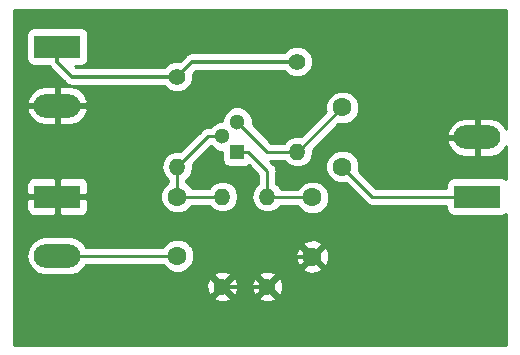
<source format=gbr>
G04 #@! TF.GenerationSoftware,KiCad,Pcbnew,(5.0.0)*
G04 #@! TF.CreationDate,2019-04-18T11:17:11+03:00*
G04 #@! TF.ProjectId,Single_transistor_AMP,53696E676C655F7472616E736973746F,rev?*
G04 #@! TF.SameCoordinates,Original*
G04 #@! TF.FileFunction,Copper,L1,Top,Signal*
G04 #@! TF.FilePolarity,Positive*
%FSLAX46Y46*%
G04 Gerber Fmt 4.6, Leading zero omitted, Abs format (unit mm)*
G04 Created by KiCad (PCBNEW (5.0.0)) date 04/18/19 11:17:11*
%MOMM*%
%LPD*%
G01*
G04 APERTURE LIST*
G04 #@! TA.AperFunction,ComponentPad*
%ADD10R,3.960000X1.980000*%
G04 #@! TD*
G04 #@! TA.AperFunction,ComponentPad*
%ADD11O,3.960000X1.980000*%
G04 #@! TD*
G04 #@! TA.AperFunction,ComponentPad*
%ADD12C,1.600000*%
G04 #@! TD*
G04 #@! TA.AperFunction,ComponentPad*
%ADD13C,1.300000*%
G04 #@! TD*
G04 #@! TA.AperFunction,ComponentPad*
%ADD14R,1.300000X1.300000*%
G04 #@! TD*
G04 #@! TA.AperFunction,ComponentPad*
%ADD15C,1.400000*%
G04 #@! TD*
G04 #@! TA.AperFunction,ComponentPad*
%ADD16O,1.400000X1.400000*%
G04 #@! TD*
G04 #@! TA.AperFunction,Conductor*
%ADD17C,0.250000*%
G04 #@! TD*
G04 #@! TA.AperFunction,Conductor*
%ADD18C,0.300000*%
G04 #@! TD*
G04 #@! TA.AperFunction,Conductor*
%ADD19C,0.254000*%
G04 #@! TD*
G04 APERTURE END LIST*
D10*
G04 #@! TO.P,J1,1*
G04 #@! TO.N,GND*
X99060000Y-55880000D03*
D11*
G04 #@! TO.P,J1,2*
G04 #@! TO.N,Net-(C1-Pad2)*
X99060000Y-60880000D03*
G04 #@! TD*
D12*
G04 #@! TO.P,C1,1*
G04 #@! TO.N,Net-(C1-Pad1)*
X109220000Y-55880000D03*
G04 #@! TO.P,C1,2*
G04 #@! TO.N,Net-(C1-Pad2)*
X109220000Y-60880000D03*
G04 #@! TD*
G04 #@! TO.P,C2,1*
G04 #@! TO.N,Net-(C2-Pad1)*
X123190000Y-53340000D03*
G04 #@! TO.P,C2,2*
G04 #@! TO.N,Net-(C2-Pad2)*
X123190000Y-48340000D03*
G04 #@! TD*
G04 #@! TO.P,C3,2*
G04 #@! TO.N,GND*
X120650000Y-60960000D03*
G04 #@! TO.P,C3,1*
G04 #@! TO.N,Net-(C3-Pad1)*
X120650000Y-55960000D03*
G04 #@! TD*
D11*
G04 #@! TO.P,J2,2*
G04 #@! TO.N,GND*
X134620000Y-50880000D03*
D10*
G04 #@! TO.P,J2,1*
G04 #@! TO.N,Net-(C2-Pad1)*
X134620000Y-55880000D03*
G04 #@! TD*
D13*
G04 #@! TO.P,Q1,2*
G04 #@! TO.N,Net-(C1-Pad1)*
X113030000Y-50790000D03*
G04 #@! TO.P,Q1,3*
G04 #@! TO.N,Net-(C2-Pad2)*
X114300000Y-49530000D03*
D14*
G04 #@! TO.P,Q1,1*
G04 #@! TO.N,Net-(C3-Pad1)*
X114300000Y-52070000D03*
G04 #@! TD*
D15*
G04 #@! TO.P,R1,1*
G04 #@! TO.N,GND*
X113030000Y-63500000D03*
D16*
G04 #@! TO.P,R1,2*
G04 #@! TO.N,Net-(C1-Pad1)*
X113030000Y-55880000D03*
G04 #@! TD*
G04 #@! TO.P,R2,2*
G04 #@! TO.N,Net-(C1-Pad1)*
X109220000Y-53340000D03*
D15*
G04 #@! TO.P,R2,1*
G04 #@! TO.N,VCC*
X109220000Y-45720000D03*
G04 #@! TD*
G04 #@! TO.P,R3,1*
G04 #@! TO.N,VCC*
X119380000Y-44450000D03*
D16*
G04 #@! TO.P,R3,2*
G04 #@! TO.N,Net-(C2-Pad2)*
X119380000Y-52070000D03*
G04 #@! TD*
G04 #@! TO.P,R4,2*
G04 #@! TO.N,Net-(C3-Pad1)*
X116840000Y-55880000D03*
D15*
G04 #@! TO.P,R4,1*
G04 #@! TO.N,GND*
X116840000Y-63500000D03*
G04 #@! TD*
D10*
G04 #@! TO.P,J3,1*
G04 #@! TO.N,VCC*
X99060000Y-43180000D03*
D11*
G04 #@! TO.P,J3,2*
G04 #@! TO.N,GND*
X99060000Y-48180000D03*
G04 #@! TD*
D17*
G04 #@! TO.N,Net-(C1-Pad1)*
X113030000Y-55880000D02*
X109220000Y-55880000D01*
X109220000Y-53340000D02*
X109220000Y-55880000D01*
X111770000Y-50790000D02*
X109220000Y-53340000D01*
X113030000Y-50790000D02*
X111770000Y-50790000D01*
G04 #@! TO.N,Net-(C1-Pad2)*
X109220000Y-60880000D02*
X99060000Y-60880000D01*
G04 #@! TO.N,Net-(C2-Pad1)*
X125730000Y-55880000D02*
X123190000Y-53340000D01*
X134620000Y-55880000D02*
X125730000Y-55880000D01*
G04 #@! TO.N,Net-(C2-Pad2)*
X116840000Y-52070000D02*
X114300000Y-49530000D01*
X119380000Y-52070000D02*
X116840000Y-52070000D01*
X119460000Y-52070000D02*
X119380000Y-52070000D01*
X123190000Y-48340000D02*
X119460000Y-52070000D01*
D18*
G04 #@! TO.N,GND*
X119380000Y-60960000D02*
X116840000Y-63500000D01*
X120650000Y-60960000D02*
X119380000Y-60960000D01*
X116840000Y-63500000D02*
X113030000Y-63500000D01*
D17*
G04 #@! TO.N,Net-(C3-Pad1)*
X115200000Y-52070000D02*
X114300000Y-52070000D01*
X116840000Y-53710000D02*
X115200000Y-52070000D01*
X116840000Y-55880000D02*
X116840000Y-53710000D01*
X116920000Y-55960000D02*
X116840000Y-55880000D01*
X120650000Y-55960000D02*
X116920000Y-55960000D01*
D18*
G04 #@! TO.N,VCC*
X99060000Y-44470000D02*
X99060000Y-43180000D01*
X100310000Y-45720000D02*
X99060000Y-44470000D01*
X109220000Y-45720000D02*
X100310000Y-45720000D01*
X110490000Y-44450000D02*
X109220000Y-45720000D01*
X119380000Y-44450000D02*
X110490000Y-44450000D01*
G04 #@! TD*
D19*
G04 #@! TO.N,GND*
G36*
X137033000Y-50149156D02*
X136848851Y-49820754D01*
X136349193Y-49427297D01*
X135737000Y-49255000D01*
X134747000Y-49255000D01*
X134747000Y-50753000D01*
X134767000Y-50753000D01*
X134767000Y-51007000D01*
X134747000Y-51007000D01*
X134747000Y-52505000D01*
X135737000Y-52505000D01*
X136349193Y-52332703D01*
X136848851Y-51939246D01*
X137033000Y-51610844D01*
X137033000Y-54415614D01*
X136847765Y-54291843D01*
X136600000Y-54242560D01*
X132640000Y-54242560D01*
X132392235Y-54291843D01*
X132182191Y-54432191D01*
X132041843Y-54642235D01*
X131992560Y-54890000D01*
X131992560Y-55120000D01*
X126044803Y-55120000D01*
X124603103Y-53678302D01*
X124625000Y-53625439D01*
X124625000Y-53054561D01*
X124406534Y-52527138D01*
X124002862Y-52123466D01*
X123475439Y-51905000D01*
X122904561Y-51905000D01*
X122377138Y-52123466D01*
X121973466Y-52527138D01*
X121755000Y-53054561D01*
X121755000Y-53625439D01*
X121973466Y-54152862D01*
X122377138Y-54556534D01*
X122904561Y-54775000D01*
X123475439Y-54775000D01*
X123528302Y-54753103D01*
X125139673Y-56364476D01*
X125182071Y-56427929D01*
X125245524Y-56470327D01*
X125245526Y-56470329D01*
X125301799Y-56507929D01*
X125433463Y-56595904D01*
X125655148Y-56640000D01*
X125655152Y-56640000D01*
X125729999Y-56654888D01*
X125804846Y-56640000D01*
X131992560Y-56640000D01*
X131992560Y-56870000D01*
X132041843Y-57117765D01*
X132182191Y-57327809D01*
X132392235Y-57468157D01*
X132640000Y-57517440D01*
X136600000Y-57517440D01*
X136847765Y-57468157D01*
X137033000Y-57344386D01*
X137033000Y-68453000D01*
X95377000Y-68453000D01*
X95377000Y-64435275D01*
X112274331Y-64435275D01*
X112336169Y-64671042D01*
X112837122Y-64847419D01*
X113367440Y-64818664D01*
X113723831Y-64671042D01*
X113785669Y-64435275D01*
X116084331Y-64435275D01*
X116146169Y-64671042D01*
X116647122Y-64847419D01*
X117177440Y-64818664D01*
X117533831Y-64671042D01*
X117595669Y-64435275D01*
X116840000Y-63679605D01*
X116084331Y-64435275D01*
X113785669Y-64435275D01*
X113030000Y-63679605D01*
X112274331Y-64435275D01*
X95377000Y-64435275D01*
X95377000Y-63307122D01*
X111682581Y-63307122D01*
X111711336Y-63837440D01*
X111858958Y-64193831D01*
X112094725Y-64255669D01*
X112850395Y-63500000D01*
X113209605Y-63500000D01*
X113965275Y-64255669D01*
X114201042Y-64193831D01*
X114377419Y-63692878D01*
X114356503Y-63307122D01*
X115492581Y-63307122D01*
X115521336Y-63837440D01*
X115668958Y-64193831D01*
X115904725Y-64255669D01*
X116660395Y-63500000D01*
X117019605Y-63500000D01*
X117775275Y-64255669D01*
X118011042Y-64193831D01*
X118187419Y-63692878D01*
X118158664Y-63162560D01*
X118011042Y-62806169D01*
X117775275Y-62744331D01*
X117019605Y-63500000D01*
X116660395Y-63500000D01*
X115904725Y-62744331D01*
X115668958Y-62806169D01*
X115492581Y-63307122D01*
X114356503Y-63307122D01*
X114348664Y-63162560D01*
X114201042Y-62806169D01*
X113965275Y-62744331D01*
X113209605Y-63500000D01*
X112850395Y-63500000D01*
X112094725Y-62744331D01*
X111858958Y-62806169D01*
X111682581Y-63307122D01*
X95377000Y-63307122D01*
X95377000Y-62564725D01*
X112274331Y-62564725D01*
X113030000Y-63320395D01*
X113785669Y-62564725D01*
X116084331Y-62564725D01*
X116840000Y-63320395D01*
X117595669Y-62564725D01*
X117533831Y-62328958D01*
X117032878Y-62152581D01*
X116502560Y-62181336D01*
X116146169Y-62328958D01*
X116084331Y-62564725D01*
X113785669Y-62564725D01*
X113723831Y-62328958D01*
X113222878Y-62152581D01*
X112692560Y-62181336D01*
X112336169Y-62328958D01*
X112274331Y-62564725D01*
X95377000Y-62564725D01*
X95377000Y-60880000D01*
X96413165Y-60880000D01*
X96539284Y-61514043D01*
X96898441Y-62051559D01*
X97435957Y-62410716D01*
X97909955Y-62505000D01*
X100210045Y-62505000D01*
X100684043Y-62410716D01*
X101221559Y-62051559D01*
X101496554Y-61640000D01*
X107981570Y-61640000D01*
X108003466Y-61692862D01*
X108407138Y-62096534D01*
X108934561Y-62315000D01*
X109505439Y-62315000D01*
X110032862Y-62096534D01*
X110161651Y-61967745D01*
X119821861Y-61967745D01*
X119895995Y-62213864D01*
X120433223Y-62406965D01*
X121003454Y-62379778D01*
X121404005Y-62213864D01*
X121478139Y-61967745D01*
X120650000Y-61139605D01*
X119821861Y-61967745D01*
X110161651Y-61967745D01*
X110436534Y-61692862D01*
X110655000Y-61165439D01*
X110655000Y-60743223D01*
X119203035Y-60743223D01*
X119230222Y-61313454D01*
X119396136Y-61714005D01*
X119642255Y-61788139D01*
X120470395Y-60960000D01*
X120829605Y-60960000D01*
X121657745Y-61788139D01*
X121903864Y-61714005D01*
X122096965Y-61176777D01*
X122069778Y-60606546D01*
X121903864Y-60205995D01*
X121657745Y-60131861D01*
X120829605Y-60960000D01*
X120470395Y-60960000D01*
X119642255Y-60131861D01*
X119396136Y-60205995D01*
X119203035Y-60743223D01*
X110655000Y-60743223D01*
X110655000Y-60594561D01*
X110436534Y-60067138D01*
X110321651Y-59952255D01*
X119821861Y-59952255D01*
X120650000Y-60780395D01*
X121478139Y-59952255D01*
X121404005Y-59706136D01*
X120866777Y-59513035D01*
X120296546Y-59540222D01*
X119895995Y-59706136D01*
X119821861Y-59952255D01*
X110321651Y-59952255D01*
X110032862Y-59663466D01*
X109505439Y-59445000D01*
X108934561Y-59445000D01*
X108407138Y-59663466D01*
X108003466Y-60067138D01*
X107981570Y-60120000D01*
X101496554Y-60120000D01*
X101221559Y-59708441D01*
X100684043Y-59349284D01*
X100210045Y-59255000D01*
X97909955Y-59255000D01*
X97435957Y-59349284D01*
X96898441Y-59708441D01*
X96539284Y-60245957D01*
X96413165Y-60880000D01*
X95377000Y-60880000D01*
X95377000Y-56165750D01*
X96445000Y-56165750D01*
X96445000Y-56996309D01*
X96541673Y-57229698D01*
X96720301Y-57408327D01*
X96953690Y-57505000D01*
X98774250Y-57505000D01*
X98933000Y-57346250D01*
X98933000Y-56007000D01*
X99187000Y-56007000D01*
X99187000Y-57346250D01*
X99345750Y-57505000D01*
X101166310Y-57505000D01*
X101399699Y-57408327D01*
X101578327Y-57229698D01*
X101675000Y-56996309D01*
X101675000Y-56165750D01*
X101516250Y-56007000D01*
X99187000Y-56007000D01*
X98933000Y-56007000D01*
X96603750Y-56007000D01*
X96445000Y-56165750D01*
X95377000Y-56165750D01*
X95377000Y-54763691D01*
X96445000Y-54763691D01*
X96445000Y-55594250D01*
X96603750Y-55753000D01*
X98933000Y-55753000D01*
X98933000Y-54413750D01*
X99187000Y-54413750D01*
X99187000Y-55753000D01*
X101516250Y-55753000D01*
X101674689Y-55594561D01*
X107785000Y-55594561D01*
X107785000Y-56165439D01*
X108003466Y-56692862D01*
X108407138Y-57096534D01*
X108934561Y-57315000D01*
X109505439Y-57315000D01*
X110032862Y-57096534D01*
X110436534Y-56692862D01*
X110458430Y-56640000D01*
X111932226Y-56640000D01*
X112067519Y-56842481D01*
X112509109Y-57137542D01*
X112898515Y-57215000D01*
X113161485Y-57215000D01*
X113550891Y-57137542D01*
X113992481Y-56842481D01*
X114287542Y-56400891D01*
X114391154Y-55880000D01*
X114287542Y-55359109D01*
X113992481Y-54917519D01*
X113550891Y-54622458D01*
X113161485Y-54545000D01*
X112898515Y-54545000D01*
X112509109Y-54622458D01*
X112067519Y-54917519D01*
X111932226Y-55120000D01*
X110458430Y-55120000D01*
X110436534Y-55067138D01*
X110032862Y-54663466D01*
X109980000Y-54641570D01*
X109980000Y-54437774D01*
X110182481Y-54302481D01*
X110477542Y-53860891D01*
X110581154Y-53340000D01*
X110533645Y-53101156D01*
X112028768Y-51606033D01*
X112302106Y-51879371D01*
X112774398Y-52075000D01*
X113002560Y-52075000D01*
X113002560Y-52720000D01*
X113051843Y-52967765D01*
X113192191Y-53177809D01*
X113402235Y-53318157D01*
X113650000Y-53367440D01*
X114950000Y-53367440D01*
X115197765Y-53318157D01*
X115303024Y-53247825D01*
X116080001Y-54024803D01*
X116080001Y-54782225D01*
X115877519Y-54917519D01*
X115582458Y-55359109D01*
X115478846Y-55880000D01*
X115582458Y-56400891D01*
X115877519Y-56842481D01*
X116319109Y-57137542D01*
X116708515Y-57215000D01*
X116971485Y-57215000D01*
X117360891Y-57137542D01*
X117802481Y-56842481D01*
X117884320Y-56720000D01*
X119411570Y-56720000D01*
X119433466Y-56772862D01*
X119837138Y-57176534D01*
X120364561Y-57395000D01*
X120935439Y-57395000D01*
X121462862Y-57176534D01*
X121866534Y-56772862D01*
X122085000Y-56245439D01*
X122085000Y-55674561D01*
X121866534Y-55147138D01*
X121462862Y-54743466D01*
X120935439Y-54525000D01*
X120364561Y-54525000D01*
X119837138Y-54743466D01*
X119433466Y-55147138D01*
X119411570Y-55200000D01*
X117991229Y-55200000D01*
X117802481Y-54917519D01*
X117600000Y-54782226D01*
X117600000Y-53784846D01*
X117614888Y-53709999D01*
X117600000Y-53635152D01*
X117600000Y-53635148D01*
X117555904Y-53413463D01*
X117387929Y-53162071D01*
X117324473Y-53119671D01*
X117034802Y-52830000D01*
X118282226Y-52830000D01*
X118417519Y-53032481D01*
X118859109Y-53327542D01*
X119248515Y-53405000D01*
X119511485Y-53405000D01*
X119900891Y-53327542D01*
X120342481Y-53032481D01*
X120637542Y-52590891D01*
X120741154Y-52070000D01*
X120706918Y-51897883D01*
X121345936Y-51258865D01*
X132049782Y-51258865D01*
X132080095Y-51384528D01*
X132391149Y-51939246D01*
X132890807Y-52332703D01*
X133503000Y-52505000D01*
X134493000Y-52505000D01*
X134493000Y-51007000D01*
X132169260Y-51007000D01*
X132049782Y-51258865D01*
X121345936Y-51258865D01*
X122103666Y-50501135D01*
X132049782Y-50501135D01*
X132169260Y-50753000D01*
X134493000Y-50753000D01*
X134493000Y-49255000D01*
X133503000Y-49255000D01*
X132890807Y-49427297D01*
X132391149Y-49820754D01*
X132080095Y-50375472D01*
X132049782Y-50501135D01*
X122103666Y-50501135D01*
X122851698Y-49753104D01*
X122904561Y-49775000D01*
X123475439Y-49775000D01*
X124002862Y-49556534D01*
X124406534Y-49152862D01*
X124625000Y-48625439D01*
X124625000Y-48054561D01*
X124406534Y-47527138D01*
X124002862Y-47123466D01*
X123475439Y-46905000D01*
X122904561Y-46905000D01*
X122377138Y-47123466D01*
X121973466Y-47527138D01*
X121755000Y-48054561D01*
X121755000Y-48625439D01*
X121776896Y-48678302D01*
X119685571Y-50769628D01*
X119511485Y-50735000D01*
X119248515Y-50735000D01*
X118859109Y-50812458D01*
X118417519Y-51107519D01*
X118282226Y-51310000D01*
X117154803Y-51310000D01*
X115585000Y-49740198D01*
X115585000Y-49274398D01*
X115389371Y-48802106D01*
X115027894Y-48440629D01*
X114555602Y-48245000D01*
X114044398Y-48245000D01*
X113572106Y-48440629D01*
X113210629Y-48802106D01*
X113015000Y-49274398D01*
X113015000Y-49505000D01*
X112774398Y-49505000D01*
X112302106Y-49700629D01*
X111972735Y-50030000D01*
X111844848Y-50030000D01*
X111770000Y-50015112D01*
X111695152Y-50030000D01*
X111695148Y-50030000D01*
X111473463Y-50074096D01*
X111222071Y-50242071D01*
X111179671Y-50305527D01*
X109458844Y-52026355D01*
X109351485Y-52005000D01*
X109088515Y-52005000D01*
X108699109Y-52082458D01*
X108257519Y-52377519D01*
X107962458Y-52819109D01*
X107858846Y-53340000D01*
X107962458Y-53860891D01*
X108257519Y-54302481D01*
X108460000Y-54437775D01*
X108460001Y-54641570D01*
X108407138Y-54663466D01*
X108003466Y-55067138D01*
X107785000Y-55594561D01*
X101674689Y-55594561D01*
X101675000Y-55594250D01*
X101675000Y-54763691D01*
X101578327Y-54530302D01*
X101399699Y-54351673D01*
X101166310Y-54255000D01*
X99345750Y-54255000D01*
X99187000Y-54413750D01*
X98933000Y-54413750D01*
X98774250Y-54255000D01*
X96953690Y-54255000D01*
X96720301Y-54351673D01*
X96541673Y-54530302D01*
X96445000Y-54763691D01*
X95377000Y-54763691D01*
X95377000Y-48558865D01*
X96489782Y-48558865D01*
X96520095Y-48684528D01*
X96831149Y-49239246D01*
X97330807Y-49632703D01*
X97943000Y-49805000D01*
X98933000Y-49805000D01*
X98933000Y-48307000D01*
X99187000Y-48307000D01*
X99187000Y-49805000D01*
X100177000Y-49805000D01*
X100789193Y-49632703D01*
X101288851Y-49239246D01*
X101599905Y-48684528D01*
X101630218Y-48558865D01*
X101510740Y-48307000D01*
X99187000Y-48307000D01*
X98933000Y-48307000D01*
X96609260Y-48307000D01*
X96489782Y-48558865D01*
X95377000Y-48558865D01*
X95377000Y-47801135D01*
X96489782Y-47801135D01*
X96609260Y-48053000D01*
X98933000Y-48053000D01*
X98933000Y-46555000D01*
X99187000Y-46555000D01*
X99187000Y-48053000D01*
X101510740Y-48053000D01*
X101630218Y-47801135D01*
X101599905Y-47675472D01*
X101288851Y-47120754D01*
X100789193Y-46727297D01*
X100177000Y-46555000D01*
X99187000Y-46555000D01*
X98933000Y-46555000D01*
X97943000Y-46555000D01*
X97330807Y-46727297D01*
X96831149Y-47120754D01*
X96520095Y-47675472D01*
X96489782Y-47801135D01*
X95377000Y-47801135D01*
X95377000Y-42190000D01*
X96432560Y-42190000D01*
X96432560Y-44170000D01*
X96481843Y-44417765D01*
X96622191Y-44627809D01*
X96832235Y-44768157D01*
X97080000Y-44817440D01*
X98348041Y-44817440D01*
X98494047Y-45035953D01*
X98559592Y-45079749D01*
X99700253Y-46220411D01*
X99744047Y-46285953D01*
X99809589Y-46329747D01*
X99809591Y-46329749D01*
X100003708Y-46459454D01*
X100232684Y-46505000D01*
X100232688Y-46505000D01*
X100310000Y-46520378D01*
X100387312Y-46505000D01*
X108117025Y-46505000D01*
X108463783Y-46851758D01*
X108954452Y-47055000D01*
X109485548Y-47055000D01*
X109976217Y-46851758D01*
X110351758Y-46476217D01*
X110555000Y-45985548D01*
X110555000Y-45495158D01*
X110815158Y-45235000D01*
X118277025Y-45235000D01*
X118623783Y-45581758D01*
X119114452Y-45785000D01*
X119645548Y-45785000D01*
X120136217Y-45581758D01*
X120511758Y-45206217D01*
X120715000Y-44715548D01*
X120715000Y-44184452D01*
X120511758Y-43693783D01*
X120136217Y-43318242D01*
X119645548Y-43115000D01*
X119114452Y-43115000D01*
X118623783Y-43318242D01*
X118277025Y-43665000D01*
X110567310Y-43665000D01*
X110489999Y-43649622D01*
X110412688Y-43665000D01*
X110412684Y-43665000D01*
X110183708Y-43710546D01*
X110064625Y-43790115D01*
X109989591Y-43840251D01*
X109989589Y-43840253D01*
X109924047Y-43884047D01*
X109880253Y-43949589D01*
X109444842Y-44385000D01*
X108954452Y-44385000D01*
X108463783Y-44588242D01*
X108117025Y-44935000D01*
X100635158Y-44935000D01*
X100517598Y-44817440D01*
X101040000Y-44817440D01*
X101287765Y-44768157D01*
X101497809Y-44627809D01*
X101638157Y-44417765D01*
X101687440Y-44170000D01*
X101687440Y-42190000D01*
X101638157Y-41942235D01*
X101497809Y-41732191D01*
X101287765Y-41591843D01*
X101040000Y-41542560D01*
X97080000Y-41542560D01*
X96832235Y-41591843D01*
X96622191Y-41732191D01*
X96481843Y-41942235D01*
X96432560Y-42190000D01*
X95377000Y-42190000D01*
X95377000Y-40080000D01*
X137033000Y-40080000D01*
X137033000Y-50149156D01*
X137033000Y-50149156D01*
G37*
X137033000Y-50149156D02*
X136848851Y-49820754D01*
X136349193Y-49427297D01*
X135737000Y-49255000D01*
X134747000Y-49255000D01*
X134747000Y-50753000D01*
X134767000Y-50753000D01*
X134767000Y-51007000D01*
X134747000Y-51007000D01*
X134747000Y-52505000D01*
X135737000Y-52505000D01*
X136349193Y-52332703D01*
X136848851Y-51939246D01*
X137033000Y-51610844D01*
X137033000Y-54415614D01*
X136847765Y-54291843D01*
X136600000Y-54242560D01*
X132640000Y-54242560D01*
X132392235Y-54291843D01*
X132182191Y-54432191D01*
X132041843Y-54642235D01*
X131992560Y-54890000D01*
X131992560Y-55120000D01*
X126044803Y-55120000D01*
X124603103Y-53678302D01*
X124625000Y-53625439D01*
X124625000Y-53054561D01*
X124406534Y-52527138D01*
X124002862Y-52123466D01*
X123475439Y-51905000D01*
X122904561Y-51905000D01*
X122377138Y-52123466D01*
X121973466Y-52527138D01*
X121755000Y-53054561D01*
X121755000Y-53625439D01*
X121973466Y-54152862D01*
X122377138Y-54556534D01*
X122904561Y-54775000D01*
X123475439Y-54775000D01*
X123528302Y-54753103D01*
X125139673Y-56364476D01*
X125182071Y-56427929D01*
X125245524Y-56470327D01*
X125245526Y-56470329D01*
X125301799Y-56507929D01*
X125433463Y-56595904D01*
X125655148Y-56640000D01*
X125655152Y-56640000D01*
X125729999Y-56654888D01*
X125804846Y-56640000D01*
X131992560Y-56640000D01*
X131992560Y-56870000D01*
X132041843Y-57117765D01*
X132182191Y-57327809D01*
X132392235Y-57468157D01*
X132640000Y-57517440D01*
X136600000Y-57517440D01*
X136847765Y-57468157D01*
X137033000Y-57344386D01*
X137033000Y-68453000D01*
X95377000Y-68453000D01*
X95377000Y-64435275D01*
X112274331Y-64435275D01*
X112336169Y-64671042D01*
X112837122Y-64847419D01*
X113367440Y-64818664D01*
X113723831Y-64671042D01*
X113785669Y-64435275D01*
X116084331Y-64435275D01*
X116146169Y-64671042D01*
X116647122Y-64847419D01*
X117177440Y-64818664D01*
X117533831Y-64671042D01*
X117595669Y-64435275D01*
X116840000Y-63679605D01*
X116084331Y-64435275D01*
X113785669Y-64435275D01*
X113030000Y-63679605D01*
X112274331Y-64435275D01*
X95377000Y-64435275D01*
X95377000Y-63307122D01*
X111682581Y-63307122D01*
X111711336Y-63837440D01*
X111858958Y-64193831D01*
X112094725Y-64255669D01*
X112850395Y-63500000D01*
X113209605Y-63500000D01*
X113965275Y-64255669D01*
X114201042Y-64193831D01*
X114377419Y-63692878D01*
X114356503Y-63307122D01*
X115492581Y-63307122D01*
X115521336Y-63837440D01*
X115668958Y-64193831D01*
X115904725Y-64255669D01*
X116660395Y-63500000D01*
X117019605Y-63500000D01*
X117775275Y-64255669D01*
X118011042Y-64193831D01*
X118187419Y-63692878D01*
X118158664Y-63162560D01*
X118011042Y-62806169D01*
X117775275Y-62744331D01*
X117019605Y-63500000D01*
X116660395Y-63500000D01*
X115904725Y-62744331D01*
X115668958Y-62806169D01*
X115492581Y-63307122D01*
X114356503Y-63307122D01*
X114348664Y-63162560D01*
X114201042Y-62806169D01*
X113965275Y-62744331D01*
X113209605Y-63500000D01*
X112850395Y-63500000D01*
X112094725Y-62744331D01*
X111858958Y-62806169D01*
X111682581Y-63307122D01*
X95377000Y-63307122D01*
X95377000Y-62564725D01*
X112274331Y-62564725D01*
X113030000Y-63320395D01*
X113785669Y-62564725D01*
X116084331Y-62564725D01*
X116840000Y-63320395D01*
X117595669Y-62564725D01*
X117533831Y-62328958D01*
X117032878Y-62152581D01*
X116502560Y-62181336D01*
X116146169Y-62328958D01*
X116084331Y-62564725D01*
X113785669Y-62564725D01*
X113723831Y-62328958D01*
X113222878Y-62152581D01*
X112692560Y-62181336D01*
X112336169Y-62328958D01*
X112274331Y-62564725D01*
X95377000Y-62564725D01*
X95377000Y-60880000D01*
X96413165Y-60880000D01*
X96539284Y-61514043D01*
X96898441Y-62051559D01*
X97435957Y-62410716D01*
X97909955Y-62505000D01*
X100210045Y-62505000D01*
X100684043Y-62410716D01*
X101221559Y-62051559D01*
X101496554Y-61640000D01*
X107981570Y-61640000D01*
X108003466Y-61692862D01*
X108407138Y-62096534D01*
X108934561Y-62315000D01*
X109505439Y-62315000D01*
X110032862Y-62096534D01*
X110161651Y-61967745D01*
X119821861Y-61967745D01*
X119895995Y-62213864D01*
X120433223Y-62406965D01*
X121003454Y-62379778D01*
X121404005Y-62213864D01*
X121478139Y-61967745D01*
X120650000Y-61139605D01*
X119821861Y-61967745D01*
X110161651Y-61967745D01*
X110436534Y-61692862D01*
X110655000Y-61165439D01*
X110655000Y-60743223D01*
X119203035Y-60743223D01*
X119230222Y-61313454D01*
X119396136Y-61714005D01*
X119642255Y-61788139D01*
X120470395Y-60960000D01*
X120829605Y-60960000D01*
X121657745Y-61788139D01*
X121903864Y-61714005D01*
X122096965Y-61176777D01*
X122069778Y-60606546D01*
X121903864Y-60205995D01*
X121657745Y-60131861D01*
X120829605Y-60960000D01*
X120470395Y-60960000D01*
X119642255Y-60131861D01*
X119396136Y-60205995D01*
X119203035Y-60743223D01*
X110655000Y-60743223D01*
X110655000Y-60594561D01*
X110436534Y-60067138D01*
X110321651Y-59952255D01*
X119821861Y-59952255D01*
X120650000Y-60780395D01*
X121478139Y-59952255D01*
X121404005Y-59706136D01*
X120866777Y-59513035D01*
X120296546Y-59540222D01*
X119895995Y-59706136D01*
X119821861Y-59952255D01*
X110321651Y-59952255D01*
X110032862Y-59663466D01*
X109505439Y-59445000D01*
X108934561Y-59445000D01*
X108407138Y-59663466D01*
X108003466Y-60067138D01*
X107981570Y-60120000D01*
X101496554Y-60120000D01*
X101221559Y-59708441D01*
X100684043Y-59349284D01*
X100210045Y-59255000D01*
X97909955Y-59255000D01*
X97435957Y-59349284D01*
X96898441Y-59708441D01*
X96539284Y-60245957D01*
X96413165Y-60880000D01*
X95377000Y-60880000D01*
X95377000Y-56165750D01*
X96445000Y-56165750D01*
X96445000Y-56996309D01*
X96541673Y-57229698D01*
X96720301Y-57408327D01*
X96953690Y-57505000D01*
X98774250Y-57505000D01*
X98933000Y-57346250D01*
X98933000Y-56007000D01*
X99187000Y-56007000D01*
X99187000Y-57346250D01*
X99345750Y-57505000D01*
X101166310Y-57505000D01*
X101399699Y-57408327D01*
X101578327Y-57229698D01*
X101675000Y-56996309D01*
X101675000Y-56165750D01*
X101516250Y-56007000D01*
X99187000Y-56007000D01*
X98933000Y-56007000D01*
X96603750Y-56007000D01*
X96445000Y-56165750D01*
X95377000Y-56165750D01*
X95377000Y-54763691D01*
X96445000Y-54763691D01*
X96445000Y-55594250D01*
X96603750Y-55753000D01*
X98933000Y-55753000D01*
X98933000Y-54413750D01*
X99187000Y-54413750D01*
X99187000Y-55753000D01*
X101516250Y-55753000D01*
X101674689Y-55594561D01*
X107785000Y-55594561D01*
X107785000Y-56165439D01*
X108003466Y-56692862D01*
X108407138Y-57096534D01*
X108934561Y-57315000D01*
X109505439Y-57315000D01*
X110032862Y-57096534D01*
X110436534Y-56692862D01*
X110458430Y-56640000D01*
X111932226Y-56640000D01*
X112067519Y-56842481D01*
X112509109Y-57137542D01*
X112898515Y-57215000D01*
X113161485Y-57215000D01*
X113550891Y-57137542D01*
X113992481Y-56842481D01*
X114287542Y-56400891D01*
X114391154Y-55880000D01*
X114287542Y-55359109D01*
X113992481Y-54917519D01*
X113550891Y-54622458D01*
X113161485Y-54545000D01*
X112898515Y-54545000D01*
X112509109Y-54622458D01*
X112067519Y-54917519D01*
X111932226Y-55120000D01*
X110458430Y-55120000D01*
X110436534Y-55067138D01*
X110032862Y-54663466D01*
X109980000Y-54641570D01*
X109980000Y-54437774D01*
X110182481Y-54302481D01*
X110477542Y-53860891D01*
X110581154Y-53340000D01*
X110533645Y-53101156D01*
X112028768Y-51606033D01*
X112302106Y-51879371D01*
X112774398Y-52075000D01*
X113002560Y-52075000D01*
X113002560Y-52720000D01*
X113051843Y-52967765D01*
X113192191Y-53177809D01*
X113402235Y-53318157D01*
X113650000Y-53367440D01*
X114950000Y-53367440D01*
X115197765Y-53318157D01*
X115303024Y-53247825D01*
X116080001Y-54024803D01*
X116080001Y-54782225D01*
X115877519Y-54917519D01*
X115582458Y-55359109D01*
X115478846Y-55880000D01*
X115582458Y-56400891D01*
X115877519Y-56842481D01*
X116319109Y-57137542D01*
X116708515Y-57215000D01*
X116971485Y-57215000D01*
X117360891Y-57137542D01*
X117802481Y-56842481D01*
X117884320Y-56720000D01*
X119411570Y-56720000D01*
X119433466Y-56772862D01*
X119837138Y-57176534D01*
X120364561Y-57395000D01*
X120935439Y-57395000D01*
X121462862Y-57176534D01*
X121866534Y-56772862D01*
X122085000Y-56245439D01*
X122085000Y-55674561D01*
X121866534Y-55147138D01*
X121462862Y-54743466D01*
X120935439Y-54525000D01*
X120364561Y-54525000D01*
X119837138Y-54743466D01*
X119433466Y-55147138D01*
X119411570Y-55200000D01*
X117991229Y-55200000D01*
X117802481Y-54917519D01*
X117600000Y-54782226D01*
X117600000Y-53784846D01*
X117614888Y-53709999D01*
X117600000Y-53635152D01*
X117600000Y-53635148D01*
X117555904Y-53413463D01*
X117387929Y-53162071D01*
X117324473Y-53119671D01*
X117034802Y-52830000D01*
X118282226Y-52830000D01*
X118417519Y-53032481D01*
X118859109Y-53327542D01*
X119248515Y-53405000D01*
X119511485Y-53405000D01*
X119900891Y-53327542D01*
X120342481Y-53032481D01*
X120637542Y-52590891D01*
X120741154Y-52070000D01*
X120706918Y-51897883D01*
X121345936Y-51258865D01*
X132049782Y-51258865D01*
X132080095Y-51384528D01*
X132391149Y-51939246D01*
X132890807Y-52332703D01*
X133503000Y-52505000D01*
X134493000Y-52505000D01*
X134493000Y-51007000D01*
X132169260Y-51007000D01*
X132049782Y-51258865D01*
X121345936Y-51258865D01*
X122103666Y-50501135D01*
X132049782Y-50501135D01*
X132169260Y-50753000D01*
X134493000Y-50753000D01*
X134493000Y-49255000D01*
X133503000Y-49255000D01*
X132890807Y-49427297D01*
X132391149Y-49820754D01*
X132080095Y-50375472D01*
X132049782Y-50501135D01*
X122103666Y-50501135D01*
X122851698Y-49753104D01*
X122904561Y-49775000D01*
X123475439Y-49775000D01*
X124002862Y-49556534D01*
X124406534Y-49152862D01*
X124625000Y-48625439D01*
X124625000Y-48054561D01*
X124406534Y-47527138D01*
X124002862Y-47123466D01*
X123475439Y-46905000D01*
X122904561Y-46905000D01*
X122377138Y-47123466D01*
X121973466Y-47527138D01*
X121755000Y-48054561D01*
X121755000Y-48625439D01*
X121776896Y-48678302D01*
X119685571Y-50769628D01*
X119511485Y-50735000D01*
X119248515Y-50735000D01*
X118859109Y-50812458D01*
X118417519Y-51107519D01*
X118282226Y-51310000D01*
X117154803Y-51310000D01*
X115585000Y-49740198D01*
X115585000Y-49274398D01*
X115389371Y-48802106D01*
X115027894Y-48440629D01*
X114555602Y-48245000D01*
X114044398Y-48245000D01*
X113572106Y-48440629D01*
X113210629Y-48802106D01*
X113015000Y-49274398D01*
X113015000Y-49505000D01*
X112774398Y-49505000D01*
X112302106Y-49700629D01*
X111972735Y-50030000D01*
X111844848Y-50030000D01*
X111770000Y-50015112D01*
X111695152Y-50030000D01*
X111695148Y-50030000D01*
X111473463Y-50074096D01*
X111222071Y-50242071D01*
X111179671Y-50305527D01*
X109458844Y-52026355D01*
X109351485Y-52005000D01*
X109088515Y-52005000D01*
X108699109Y-52082458D01*
X108257519Y-52377519D01*
X107962458Y-52819109D01*
X107858846Y-53340000D01*
X107962458Y-53860891D01*
X108257519Y-54302481D01*
X108460000Y-54437775D01*
X108460001Y-54641570D01*
X108407138Y-54663466D01*
X108003466Y-55067138D01*
X107785000Y-55594561D01*
X101674689Y-55594561D01*
X101675000Y-55594250D01*
X101675000Y-54763691D01*
X101578327Y-54530302D01*
X101399699Y-54351673D01*
X101166310Y-54255000D01*
X99345750Y-54255000D01*
X99187000Y-54413750D01*
X98933000Y-54413750D01*
X98774250Y-54255000D01*
X96953690Y-54255000D01*
X96720301Y-54351673D01*
X96541673Y-54530302D01*
X96445000Y-54763691D01*
X95377000Y-54763691D01*
X95377000Y-48558865D01*
X96489782Y-48558865D01*
X96520095Y-48684528D01*
X96831149Y-49239246D01*
X97330807Y-49632703D01*
X97943000Y-49805000D01*
X98933000Y-49805000D01*
X98933000Y-48307000D01*
X99187000Y-48307000D01*
X99187000Y-49805000D01*
X100177000Y-49805000D01*
X100789193Y-49632703D01*
X101288851Y-49239246D01*
X101599905Y-48684528D01*
X101630218Y-48558865D01*
X101510740Y-48307000D01*
X99187000Y-48307000D01*
X98933000Y-48307000D01*
X96609260Y-48307000D01*
X96489782Y-48558865D01*
X95377000Y-48558865D01*
X95377000Y-47801135D01*
X96489782Y-47801135D01*
X96609260Y-48053000D01*
X98933000Y-48053000D01*
X98933000Y-46555000D01*
X99187000Y-46555000D01*
X99187000Y-48053000D01*
X101510740Y-48053000D01*
X101630218Y-47801135D01*
X101599905Y-47675472D01*
X101288851Y-47120754D01*
X100789193Y-46727297D01*
X100177000Y-46555000D01*
X99187000Y-46555000D01*
X98933000Y-46555000D01*
X97943000Y-46555000D01*
X97330807Y-46727297D01*
X96831149Y-47120754D01*
X96520095Y-47675472D01*
X96489782Y-47801135D01*
X95377000Y-47801135D01*
X95377000Y-42190000D01*
X96432560Y-42190000D01*
X96432560Y-44170000D01*
X96481843Y-44417765D01*
X96622191Y-44627809D01*
X96832235Y-44768157D01*
X97080000Y-44817440D01*
X98348041Y-44817440D01*
X98494047Y-45035953D01*
X98559592Y-45079749D01*
X99700253Y-46220411D01*
X99744047Y-46285953D01*
X99809589Y-46329747D01*
X99809591Y-46329749D01*
X100003708Y-46459454D01*
X100232684Y-46505000D01*
X100232688Y-46505000D01*
X100310000Y-46520378D01*
X100387312Y-46505000D01*
X108117025Y-46505000D01*
X108463783Y-46851758D01*
X108954452Y-47055000D01*
X109485548Y-47055000D01*
X109976217Y-46851758D01*
X110351758Y-46476217D01*
X110555000Y-45985548D01*
X110555000Y-45495158D01*
X110815158Y-45235000D01*
X118277025Y-45235000D01*
X118623783Y-45581758D01*
X119114452Y-45785000D01*
X119645548Y-45785000D01*
X120136217Y-45581758D01*
X120511758Y-45206217D01*
X120715000Y-44715548D01*
X120715000Y-44184452D01*
X120511758Y-43693783D01*
X120136217Y-43318242D01*
X119645548Y-43115000D01*
X119114452Y-43115000D01*
X118623783Y-43318242D01*
X118277025Y-43665000D01*
X110567310Y-43665000D01*
X110489999Y-43649622D01*
X110412688Y-43665000D01*
X110412684Y-43665000D01*
X110183708Y-43710546D01*
X110064625Y-43790115D01*
X109989591Y-43840251D01*
X109989589Y-43840253D01*
X109924047Y-43884047D01*
X109880253Y-43949589D01*
X109444842Y-44385000D01*
X108954452Y-44385000D01*
X108463783Y-44588242D01*
X108117025Y-44935000D01*
X100635158Y-44935000D01*
X100517598Y-44817440D01*
X101040000Y-44817440D01*
X101287765Y-44768157D01*
X101497809Y-44627809D01*
X101638157Y-44417765D01*
X101687440Y-44170000D01*
X101687440Y-42190000D01*
X101638157Y-41942235D01*
X101497809Y-41732191D01*
X101287765Y-41591843D01*
X101040000Y-41542560D01*
X97080000Y-41542560D01*
X96832235Y-41591843D01*
X96622191Y-41732191D01*
X96481843Y-41942235D01*
X96432560Y-42190000D01*
X95377000Y-42190000D01*
X95377000Y-40080000D01*
X137033000Y-40080000D01*
X137033000Y-50149156D01*
G04 #@! TD*
M02*

</source>
